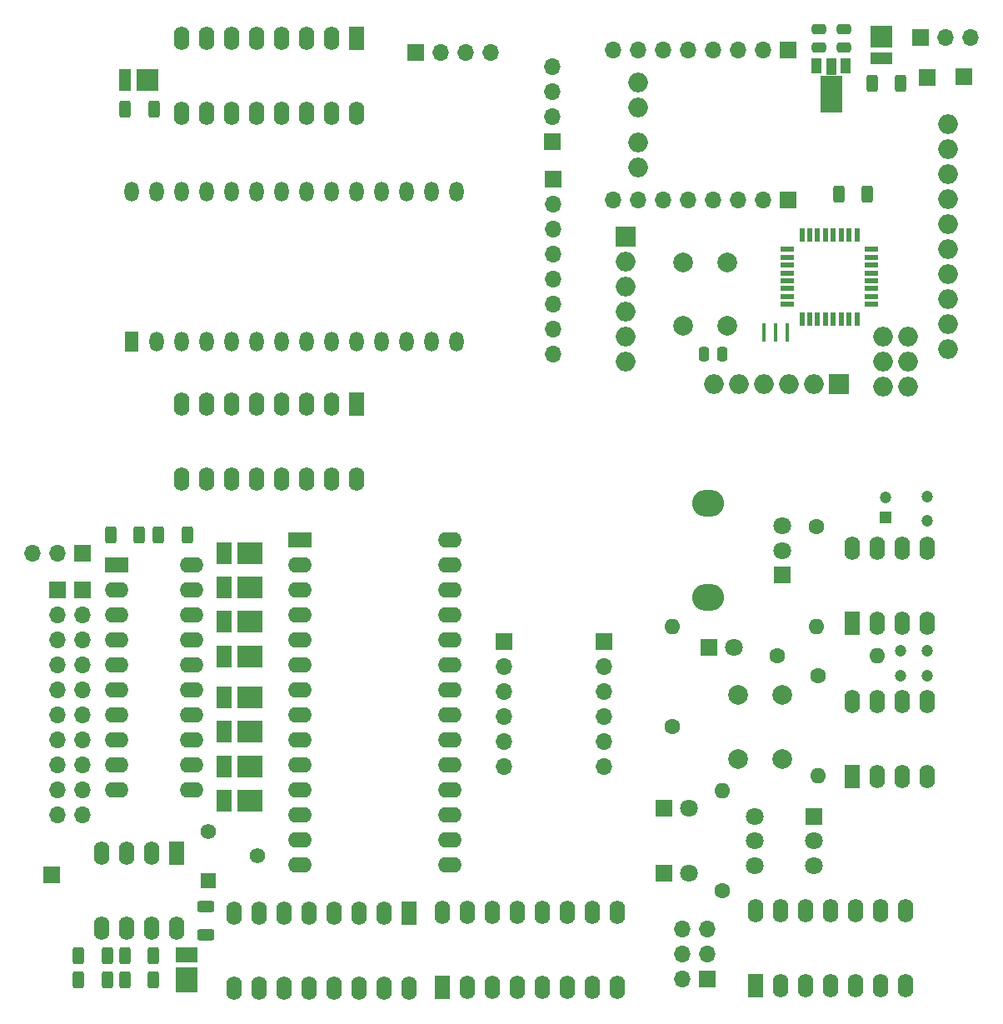
<source format=gbr>
%TF.GenerationSoftware,KiCad,Pcbnew,(6.0.5)*%
%TF.CreationDate,2023-08-07T17:40:20+03:00*%
%TF.ProjectId,JLC3,4a4c4333-2e6b-4696-9361-645f70636258,rev?*%
%TF.SameCoordinates,Original*%
%TF.FileFunction,Soldermask,Top*%
%TF.FilePolarity,Negative*%
%FSLAX46Y46*%
G04 Gerber Fmt 4.6, Leading zero omitted, Abs format (unit mm)*
G04 Created by KiCad (PCBNEW (6.0.5)) date 2023-08-07 17:40:20*
%MOMM*%
%LPD*%
G01*
G04 APERTURE LIST*
G04 Aperture macros list*
%AMRoundRect*
0 Rectangle with rounded corners*
0 $1 Rounding radius*
0 $2 $3 $4 $5 $6 $7 $8 $9 X,Y pos of 4 corners*
0 Add a 4 corners polygon primitive as box body*
4,1,4,$2,$3,$4,$5,$6,$7,$8,$9,$2,$3,0*
0 Add four circle primitives for the rounded corners*
1,1,$1+$1,$2,$3*
1,1,$1+$1,$4,$5*
1,1,$1+$1,$6,$7*
1,1,$1+$1,$8,$9*
0 Add four rect primitives between the rounded corners*
20,1,$1+$1,$2,$3,$4,$5,0*
20,1,$1+$1,$4,$5,$6,$7,0*
20,1,$1+$1,$6,$7,$8,$9,0*
20,1,$1+$1,$8,$9,$2,$3,0*%
G04 Aperture macros list end*
%ADD10R,1.700000X1.700000*%
%ADD11O,1.700000X1.700000*%
%ADD12C,2.000000*%
%ADD13R,1.600000X2.400000*%
%ADD14O,1.600000X2.400000*%
%ADD15C,1.200000*%
%ADD16C,1.600000*%
%ADD17O,1.600000X1.600000*%
%ADD18R,1.800000X1.800000*%
%ADD19C,1.800000*%
%ADD20RoundRect,0.250000X-0.312500X-0.625000X0.312500X-0.625000X0.312500X0.625000X-0.312500X0.625000X0*%
%ADD21O,2.000000X2.000000*%
%ADD22O,2.400000X1.600000*%
%ADD23R,2.400000X1.600000*%
%ADD24C,1.560000*%
%ADD25R,1.560000X1.560000*%
%ADD26R,1.550000X2.200000*%
%ADD27R,2.500000X2.200000*%
%ADD28R,1.200000X1.200000*%
%ADD29R,0.400000X1.900000*%
%ADD30RoundRect,0.250000X0.475000X-0.250000X0.475000X0.250000X-0.475000X0.250000X-0.475000X-0.250000X0*%
%ADD31R,1.000000X1.500000*%
%ADD32R,1.000000X1.800000*%
%ADD33R,2.200000X3.700000*%
%ADD34R,2.000000X2.000000*%
%ADD35R,1.422400X0.508000*%
%ADD36R,0.508000X1.422400*%
%ADD37R,2.200000X2.200000*%
%ADD38R,2.200000X1.250000*%
%ADD39RoundRect,0.250000X-0.250000X-0.475000X0.250000X-0.475000X0.250000X0.475000X-0.250000X0.475000X0*%
%ADD40RoundRect,0.250000X0.312500X0.625000X-0.312500X0.625000X-0.312500X-0.625000X0.312500X-0.625000X0*%
%ADD41R,2.200000X1.550000*%
%ADD42R,2.200000X2.500000*%
%ADD43R,1.440000X2.000000*%
%ADD44O,1.440000X2.000000*%
%ADD45R,1.250000X2.200000*%
%ADD46O,3.240000X2.720000*%
%ADD47RoundRect,0.250000X0.625000X-0.312500X0.625000X0.312500X-0.625000X0.312500X-0.625000X-0.312500X0*%
G04 APERTURE END LIST*
D10*
%TO.C,REF\u002A\u002A*%
X125280000Y-127859999D03*
D11*
X122740000Y-127859999D03*
X125280000Y-125319999D03*
X122740000Y-125319999D03*
X125280000Y-122779999D03*
X122740000Y-122779999D03*
%TD*%
D12*
%TO.C,REF\u002A\u002A*%
X132870000Y-98989999D03*
X132870000Y-105489999D03*
X128370000Y-98989999D03*
X128370000Y-105489999D03*
%TD*%
D13*
%TO.C,NE555*%
X140020000Y-107329999D03*
D14*
X142560000Y-107329999D03*
X145100000Y-107329999D03*
X147640000Y-107329999D03*
X147640000Y-99709999D03*
X145100000Y-99709999D03*
X142560000Y-99709999D03*
X140020000Y-99709999D03*
%TD*%
D15*
%TO.C,100nF*%
X144920000Y-94529999D03*
X144920000Y-97029999D03*
%TD*%
D16*
%TO.C,1M*%
X136520000Y-97049999D03*
D17*
X136520000Y-107209999D03*
%TD*%
D15*
%TO.C,100nF*%
X147670000Y-94529999D03*
X147670000Y-97029999D03*
%TD*%
D18*
%TO.C,ON*%
X120890000Y-117134999D03*
D19*
X123430000Y-117134999D03*
%TD*%
D18*
%TO.C,ON*%
X120915000Y-110509999D03*
D19*
X123455000Y-110509999D03*
%TD*%
D18*
%TO.C,MODE*%
X136140000Y-111359999D03*
D19*
X136140000Y-113859999D03*
X136140000Y-116359999D03*
X130140000Y-111359999D03*
X130140000Y-113859999D03*
X130140000Y-116359999D03*
%TD*%
D17*
%TO.C,220R*%
X126790000Y-108754999D03*
D16*
X126790000Y-118914999D03*
%TD*%
D20*
%TO.C,100nF*%
X69507500Y-82722500D03*
X72432500Y-82722500D03*
%TD*%
D21*
%TO.C,J2*%
X143169294Y-62558292D03*
X145709294Y-62558292D03*
X143169294Y-65098292D03*
X145709294Y-65098292D03*
X143169294Y-67638292D03*
X145709294Y-67638292D03*
%TD*%
%TO.C,J4*%
X118247893Y-39282893D03*
X118247893Y-36742893D03*
%TD*%
%TO.C,J3*%
X118247893Y-45432893D03*
X118247893Y-42892893D03*
%TD*%
D10*
%TO.C,REF\u002A\u002A*%
X95620000Y-33715000D03*
D11*
X98160000Y-33715000D03*
X100700000Y-33715000D03*
X103240000Y-33715000D03*
%TD*%
D13*
%TO.C,NE555*%
X140010000Y-91719999D03*
D14*
X142550000Y-91719999D03*
X145090000Y-91719999D03*
X147630000Y-91719999D03*
X147630000Y-84099999D03*
X145090000Y-84099999D03*
X142550000Y-84099999D03*
X140010000Y-84099999D03*
%TD*%
D22*
%TO.C,74LS574*%
X72875000Y-85830000D03*
X72875000Y-88370000D03*
X72875000Y-90910000D03*
X72875000Y-93450000D03*
X72875000Y-95990000D03*
X72875000Y-98530000D03*
X72875000Y-101070000D03*
X72875000Y-103610000D03*
X72875000Y-106150000D03*
X72875000Y-108690000D03*
X65255000Y-108690000D03*
X65255000Y-106150000D03*
X65255000Y-103610000D03*
X65255000Y-101070000D03*
X65255000Y-98530000D03*
X65255000Y-95990000D03*
X65255000Y-93450000D03*
X65255000Y-90910000D03*
X65255000Y-88370000D03*
D23*
X65255000Y-85830000D03*
%TD*%
D14*
%TO.C,74LS138*%
X98357143Y-121145455D03*
X100897143Y-121145455D03*
X103437143Y-121145455D03*
X105977143Y-121145455D03*
X108517143Y-121145455D03*
X111057143Y-121145455D03*
X113597143Y-121145455D03*
X116137143Y-121145455D03*
X116137143Y-128765455D03*
X113597143Y-128765455D03*
X111057143Y-128765455D03*
X108517143Y-128765455D03*
X105977143Y-128765455D03*
X103437143Y-128765455D03*
X100897143Y-128765455D03*
D13*
X98357143Y-128765455D03*
%TD*%
%TO.C,74LS00*%
X130195000Y-128529999D03*
D14*
X132735000Y-128529999D03*
X135275000Y-128529999D03*
X137815000Y-128529999D03*
X140355000Y-128529999D03*
X142895000Y-128529999D03*
X145435000Y-128529999D03*
X145435000Y-120909999D03*
X142895000Y-120909999D03*
X140355000Y-120909999D03*
X137815000Y-120909999D03*
X135275000Y-120909999D03*
X132735000Y-120909999D03*
X130195000Y-120909999D03*
%TD*%
D20*
%TO.C,1K*%
X69009643Y-127974546D03*
X66084643Y-127974546D03*
%TD*%
D22*
%TO.C,28C64*%
X99145000Y-83285000D03*
X99145000Y-85825000D03*
X99145000Y-88365000D03*
X99145000Y-90905000D03*
X99145000Y-93445000D03*
X99145000Y-95985000D03*
X99145000Y-98525000D03*
X99145000Y-101065000D03*
X99145000Y-103605000D03*
X99145000Y-106145000D03*
X99145000Y-108685000D03*
X99145000Y-111225000D03*
X99145000Y-113765000D03*
X99145000Y-116305000D03*
X83905000Y-116305000D03*
X83905000Y-113765000D03*
X83905000Y-111225000D03*
X83905000Y-108685000D03*
X83905000Y-106145000D03*
X83905000Y-103605000D03*
X83905000Y-101065000D03*
X83905000Y-98525000D03*
X83905000Y-95985000D03*
X83905000Y-93445000D03*
X83905000Y-90905000D03*
X83905000Y-88365000D03*
X83905000Y-85825000D03*
D23*
X83905000Y-83285000D03*
%TD*%
D24*
%TO.C,1M*%
X74587143Y-112854546D03*
X79587143Y-115354546D03*
D25*
X74587143Y-117854546D03*
%TD*%
D18*
%TO.C,ON*%
X125485000Y-94139999D03*
D19*
X128025000Y-94139999D03*
%TD*%
D20*
%TO.C,10nF*%
X64289643Y-125494546D03*
X61364643Y-125494546D03*
%TD*%
%TO.C,REF\u002A\u002A*%
X66127500Y-39470000D03*
X69052500Y-39470000D03*
%TD*%
D14*
%TO.C,74LS76*%
X94990000Y-128770000D03*
X92450000Y-128770000D03*
X89910000Y-128770000D03*
X87370000Y-128770000D03*
X84830000Y-128770000D03*
X82290000Y-128770000D03*
X79750000Y-128770000D03*
X77210000Y-128770000D03*
X77210000Y-121150000D03*
X79750000Y-121150000D03*
X82290000Y-121150000D03*
X84830000Y-121150000D03*
X87370000Y-121150000D03*
X89910000Y-121150000D03*
X92450000Y-121150000D03*
D13*
X94990000Y-121150000D03*
%TD*%
D10*
%TO.C,REF\u002A\u002A*%
X109565000Y-42810000D03*
D11*
X109565000Y-40270000D03*
X109565000Y-37730000D03*
X109565000Y-35190000D03*
%TD*%
D26*
%TO.C,REF\u002A\u002A*%
X76205000Y-102770000D03*
D27*
X78780000Y-102770000D03*
%TD*%
D28*
%TO.C,1uF*%
X143396300Y-80972598D03*
D15*
X143396300Y-78972598D03*
%TD*%
D10*
%TO.C,D_IN*%
X58630000Y-117312500D03*
%TD*%
D16*
%TO.C,1K*%
X136410000Y-81939999D03*
D17*
X136410000Y-92099999D03*
%TD*%
D26*
%TO.C,REF\u002A\u002A*%
X76205000Y-88070000D03*
D27*
X78780000Y-88070000D03*
%TD*%
D15*
%TO.C,100nF*%
X147646300Y-81349999D03*
X147646300Y-78849999D03*
%TD*%
D26*
%TO.C,REF\u002A\u002A*%
X76205000Y-91570000D03*
D27*
X78780000Y-91570000D03*
%TD*%
D29*
%TO.C,Y1*%
X131012893Y-62192893D03*
X132212893Y-62192893D03*
X133412893Y-62192893D03*
%TD*%
D10*
%TO.C,SW2*%
X146977893Y-32182893D03*
D11*
X149517893Y-32182893D03*
X152057893Y-32182893D03*
%TD*%
D10*
%TO.C,U3*%
X133480393Y-33492893D03*
D11*
X130940393Y-33492893D03*
X128400393Y-33492893D03*
X125860393Y-33492893D03*
X123320393Y-33492893D03*
X120780393Y-33492893D03*
X118240393Y-33492893D03*
X115700393Y-33492893D03*
X115715393Y-48742893D03*
X118255393Y-48742893D03*
X120795393Y-48742893D03*
X123335393Y-48742893D03*
X125875393Y-48742893D03*
X128415393Y-48742893D03*
X130955393Y-48742893D03*
D10*
X133495393Y-48742893D03*
%TD*%
D30*
%TO.C,C1*%
X136592893Y-33242893D03*
X136592893Y-31342893D03*
%TD*%
D10*
%TO.C,J8*%
X147652893Y-36232893D03*
%TD*%
D31*
%TO.C,U2*%
X139362893Y-35052893D03*
D32*
X137862893Y-35202893D03*
D33*
X137862893Y-37952893D03*
D31*
X136362893Y-35052893D03*
%TD*%
D34*
%TO.C,J6*%
X138632893Y-67402893D03*
D21*
X136092893Y-67402893D03*
X133552893Y-67402893D03*
X131012893Y-67402893D03*
X128472893Y-67402893D03*
X125932893Y-67402893D03*
%TD*%
D34*
%TO.C,J1*%
X117014294Y-52413292D03*
D21*
X117014294Y-54953292D03*
X117014294Y-57493292D03*
X117014294Y-60033292D03*
X117014294Y-62573292D03*
X117014294Y-65113292D03*
%TD*%
D10*
%TO.C,J9*%
X151372893Y-36202893D03*
%TD*%
D12*
%TO.C,SW1*%
X127289294Y-55038292D03*
X127289294Y-61538292D03*
X122789294Y-61538292D03*
X122789294Y-55038292D03*
%TD*%
D21*
%TO.C,J5*%
X149747893Y-41027893D03*
X149747893Y-43567893D03*
X149747893Y-46107893D03*
X149747893Y-48647893D03*
X149747893Y-51187893D03*
X149747893Y-53727893D03*
X149747893Y-56267893D03*
X149747893Y-58807893D03*
X149747893Y-61347893D03*
X149747893Y-63887893D03*
%TD*%
D35*
%TO.C,U1*%
X133422093Y-53722893D03*
X133422093Y-54522891D03*
X133422093Y-55322892D03*
X133422093Y-56122893D03*
X133422093Y-56922891D03*
X133422093Y-57722892D03*
X133422093Y-58522891D03*
X133422093Y-59322891D03*
D36*
X134889294Y-60790092D03*
X135689292Y-60790092D03*
X136489293Y-60790092D03*
X137289294Y-60790092D03*
X138089292Y-60790092D03*
X138889293Y-60790092D03*
X139689292Y-60790092D03*
X140489292Y-60790092D03*
D35*
X141956493Y-59322891D03*
X141956493Y-58522893D03*
X141956493Y-57722892D03*
X141956493Y-56922891D03*
X141956493Y-56122893D03*
X141956493Y-55322892D03*
X141956493Y-54522893D03*
X141956493Y-53722893D03*
D36*
X140489292Y-52255692D03*
X139689294Y-52255692D03*
X138889293Y-52255692D03*
X138089292Y-52255692D03*
X137289294Y-52255692D03*
X136489293Y-52255692D03*
X135689294Y-52255692D03*
X134889294Y-52255692D03*
%TD*%
D37*
%TO.C,D1*%
X143002893Y-32082893D03*
D38*
X143002893Y-34357893D03*
%TD*%
D39*
%TO.C,C3*%
X124902893Y-64372893D03*
X126802893Y-64372893D03*
%TD*%
D20*
%TO.C,R1*%
X138640393Y-48132893D03*
X141565393Y-48132893D03*
%TD*%
D30*
%TO.C,C2*%
X139122893Y-33242893D03*
X139122893Y-31342893D03*
%TD*%
D40*
%TO.C,R2*%
X144945393Y-36882893D03*
X142020393Y-36882893D03*
%TD*%
D14*
%TO.C,NE555*%
X71357143Y-122714546D03*
X68817143Y-122714546D03*
X66277143Y-122714546D03*
X63737143Y-122714546D03*
X63737143Y-115094546D03*
X66277143Y-115094546D03*
X68817143Y-115094546D03*
D13*
X71357143Y-115094546D03*
%TD*%
D11*
%TO.C,BUS*%
X59225000Y-111225000D03*
X59225000Y-108685000D03*
X59225000Y-106145000D03*
X59225000Y-103605000D03*
X59225000Y-101065000D03*
X59225000Y-98525000D03*
X59225000Y-95985000D03*
X59225000Y-93445000D03*
X59225000Y-90905000D03*
D10*
X59225000Y-88365000D03*
%TD*%
D41*
%TO.C,CLK*%
X72367143Y-125389546D03*
D42*
X72367143Y-127964546D03*
%TD*%
D43*
%TO.C,EEPROM SOCKET*%
X66810000Y-63120000D03*
D44*
X69350000Y-63120000D03*
X71890000Y-63120000D03*
X74430000Y-63120000D03*
X76970000Y-63120000D03*
X79510000Y-63120000D03*
X82050000Y-63120000D03*
X84590000Y-63120000D03*
X87130000Y-63120000D03*
X89670000Y-63120000D03*
X92210000Y-63120000D03*
X94750000Y-63120000D03*
X97290000Y-63120000D03*
X99830000Y-63120000D03*
X99830000Y-47880000D03*
X97290000Y-47880000D03*
X94750000Y-47880000D03*
X92210000Y-47880000D03*
X89670000Y-47880000D03*
X87130000Y-47880000D03*
X84590000Y-47880000D03*
X82050000Y-47880000D03*
X79510000Y-47880000D03*
X76970000Y-47880000D03*
X74430000Y-47880000D03*
X71890000Y-47880000D03*
X69350000Y-47880000D03*
X66810000Y-47880000D03*
%TD*%
D26*
%TO.C,REF\u002A\u002A*%
X76205000Y-106270000D03*
D27*
X78780000Y-106270000D03*
%TD*%
D20*
%TO.C,10k*%
X67542500Y-82750000D03*
X64617500Y-82750000D03*
%TD*%
D37*
%TO.C,REF\u002A\u002A*%
X68402500Y-36487500D03*
D45*
X66127500Y-36487500D03*
%TD*%
D46*
%TO.C,1M*%
X125375000Y-79519999D03*
X125375000Y-89119999D03*
D18*
X132875000Y-86819999D03*
D19*
X132875000Y-84319999D03*
X132875000Y-81819999D03*
%TD*%
D20*
%TO.C,100K*%
X69009643Y-125484546D03*
X66084643Y-125484546D03*
%TD*%
D10*
%TO.C,REF\u002A\u002A*%
X109600000Y-46592500D03*
D11*
X109600000Y-49132500D03*
X109600000Y-51672500D03*
X109600000Y-54212500D03*
X109600000Y-56752500D03*
X109600000Y-59292500D03*
X109600000Y-61832500D03*
X109600000Y-64372500D03*
%TD*%
D47*
%TO.C,1K*%
X74287143Y-120472046D03*
X74287143Y-123397046D03*
%TD*%
D11*
%TO.C,Mode*%
X56675000Y-84605000D03*
X59215000Y-84605000D03*
D10*
X61755000Y-84605000D03*
%TD*%
D13*
%TO.C,74HC595*%
X89670000Y-69427500D03*
D14*
X87130000Y-69427500D03*
X84590000Y-69427500D03*
X82050000Y-69427500D03*
X79510000Y-69427500D03*
X76970000Y-69427500D03*
X74430000Y-69427500D03*
X71890000Y-69427500D03*
X71890000Y-77047500D03*
X74430000Y-77047500D03*
X76970000Y-77047500D03*
X79510000Y-77047500D03*
X82050000Y-77047500D03*
X84590000Y-77047500D03*
X87130000Y-77047500D03*
X89670000Y-77047500D03*
%TD*%
D11*
%TO.C,BUS*%
X61775000Y-111235000D03*
X61775000Y-108695000D03*
X61775000Y-106155000D03*
X61775000Y-103615000D03*
X61775000Y-101075000D03*
X61775000Y-98535000D03*
X61775000Y-95995000D03*
X61775000Y-93455000D03*
X61775000Y-90915000D03*
D10*
X61775000Y-88375000D03*
%TD*%
D16*
%TO.C,100K*%
X132390000Y-94986299D03*
D17*
X142550000Y-94986299D03*
%TD*%
D26*
%TO.C,REF\u002A\u002A*%
X76205000Y-99270000D03*
D27*
X78780000Y-99270000D03*
%TD*%
D26*
%TO.C,REF\u002A\u002A*%
X76205000Y-84570000D03*
D27*
X78780000Y-84570000D03*
%TD*%
D26*
%TO.C,REF\u002A\u002A*%
X76205000Y-109770000D03*
D27*
X78780000Y-109770000D03*
%TD*%
D13*
%TO.C,74HC595*%
X89670000Y-32270000D03*
D14*
X87130000Y-32270000D03*
X84590000Y-32270000D03*
X82050000Y-32270000D03*
X79510000Y-32270000D03*
X76970000Y-32270000D03*
X74430000Y-32270000D03*
X71890000Y-32270000D03*
X71890000Y-39890000D03*
X74430000Y-39890000D03*
X76970000Y-39890000D03*
X79510000Y-39890000D03*
X82050000Y-39890000D03*
X84590000Y-39890000D03*
X87130000Y-39890000D03*
X89670000Y-39890000D03*
%TD*%
D11*
%TO.C,REF\u002A\u002A*%
X104600000Y-106275000D03*
X104600000Y-103735000D03*
X104600000Y-101195000D03*
X104600000Y-98655000D03*
X104600000Y-96115000D03*
D10*
X104600000Y-93575000D03*
%TD*%
%TO.C,REF\u002A\u002A*%
X114750000Y-93575000D03*
D11*
X114750000Y-96115000D03*
X114750000Y-98655000D03*
X114750000Y-101195000D03*
X114750000Y-103735000D03*
X114750000Y-106275000D03*
%TD*%
D20*
%TO.C,10nF*%
X64289643Y-127964546D03*
X61364643Y-127964546D03*
%TD*%
D26*
%TO.C,REF\u002A\u002A*%
X76205000Y-95070000D03*
D27*
X78780000Y-95070000D03*
%TD*%
D16*
%TO.C,220R*%
X121760000Y-102199999D03*
D17*
X121760000Y-92039999D03*
%TD*%
M02*

</source>
